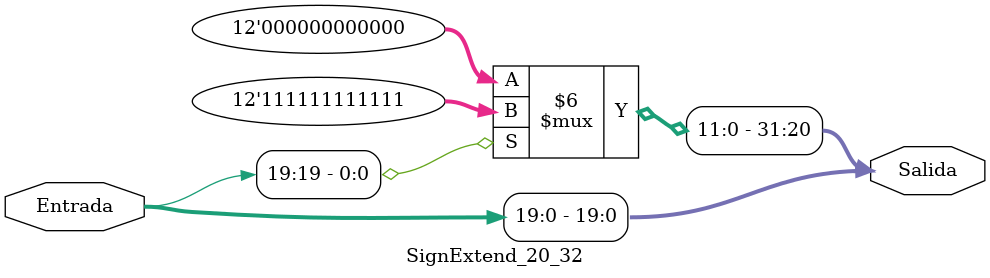
<source format=v>
`timescale 1ns / 1ps

module SignExtend_20_32(        //  Toma un numero binario de 20 bits y lo pone en formato de 32 bits insertando ceros a la izquierda
    input [19:0] Entrada,       //  Entrada de 20 bits
    output reg [31:0] Salida    //  Salida de 32 bits
    );
    
    always @(*) begin                               //  Cada vez que se de un cambio en las entradas se da una actualizacion
        if (Entrada[19]==1) begin                   //  Como es un extensor con signo, debemos ver si es un numero negativo
            Salida[31:20] <= 12'b111111111111;      //  Si es negativo, extendemos con 1
            Salida[19:0] <= Entrada[19:0];          //  La salida consiste de la extension de signo a 32 bits de la entrada de 20 bits
        end
        else begin                                  //  Caso donde el numero es positivo
            Salida[31:20] <= 12'b00000000000;       //  Si es positivo, extendemos con 0
            Salida[19:0] <= Entrada[19:0];          //  La salida consiste de la extension de signo a 32 bits de la entrada de 20 bits
        end
    end
endmodule

</source>
